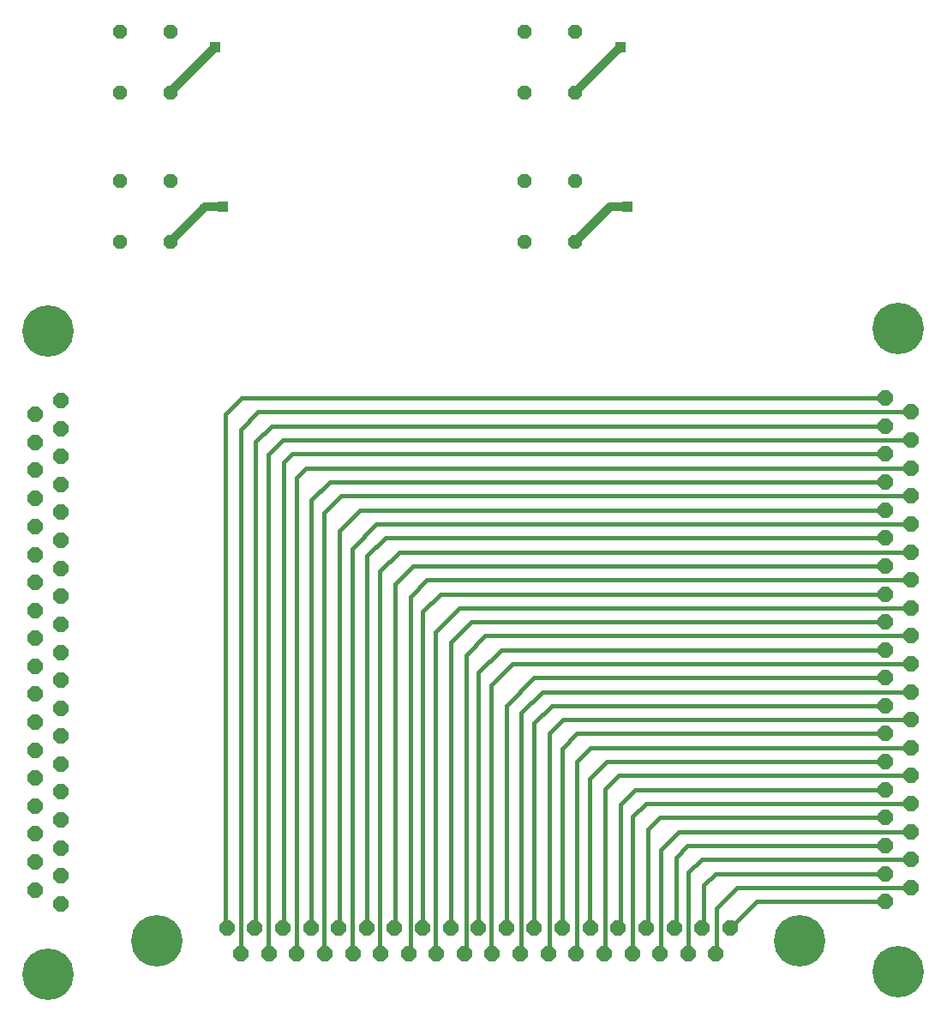
<source format=gbl>
G75*
%MOIN*%
%OFA0B0*%
%FSLAX25Y25*%
%IPPOS*%
%LPD*%
%AMOC8*
5,1,8,0,0,1.08239X$1,22.5*
%
%ADD10OC8,0.05200*%
%ADD11OC8,0.06000*%
%ADD12C,0.20000*%
%ADD13C,0.03200*%
%ADD14R,0.04362X0.04362*%
%ADD15C,0.01600*%
D10*
X0098177Y0341965D03*
X0117777Y0341965D03*
X0117777Y0365565D03*
X0098177Y0365565D03*
X0098177Y0400075D03*
X0117777Y0400075D03*
X0117777Y0423675D03*
X0098177Y0423675D03*
X0255657Y0423675D03*
X0275257Y0423675D03*
X0275257Y0400075D03*
X0255657Y0400075D03*
X0255657Y0365565D03*
X0275257Y0365565D03*
X0275257Y0341965D03*
X0255657Y0341965D03*
D11*
X0396009Y0281289D03*
X0396009Y0270389D03*
X0406009Y0264989D03*
X0406009Y0275889D03*
X0396009Y0259589D03*
X0396009Y0248689D03*
X0406009Y0254089D03*
X0406009Y0243289D03*
X0396009Y0237789D03*
X0396009Y0226989D03*
X0406009Y0232389D03*
X0406009Y0221489D03*
X0396009Y0216089D03*
X0396009Y0205189D03*
X0396009Y0194389D03*
X0406009Y0199789D03*
X0406009Y0210689D03*
X0406009Y0188889D03*
X0406009Y0178089D03*
X0396009Y0183489D03*
X0396009Y0172589D03*
X0406009Y0167189D03*
X0406009Y0156289D03*
X0396009Y0150889D03*
X0396009Y0161789D03*
X0406009Y0145389D03*
X0406009Y0134589D03*
X0406009Y0123689D03*
X0396009Y0129089D03*
X0396009Y0139989D03*
X0396009Y0118289D03*
X0396009Y0107389D03*
X0406009Y0112789D03*
X0406009Y0101989D03*
X0396009Y0096489D03*
X0396009Y0085689D03*
X0406009Y0091089D03*
X0335423Y0075300D03*
X0324523Y0075300D03*
X0313723Y0075300D03*
X0302823Y0075300D03*
X0291923Y0075300D03*
X0281123Y0075300D03*
X0270223Y0075300D03*
X0259323Y0075300D03*
X0248523Y0075300D03*
X0237623Y0075300D03*
X0226723Y0075300D03*
X0215923Y0075300D03*
X0205023Y0075300D03*
X0194123Y0075300D03*
X0183223Y0075300D03*
X0172423Y0075300D03*
X0161523Y0075300D03*
X0150623Y0075300D03*
X0139823Y0075300D03*
X0145223Y0065300D03*
X0156123Y0065300D03*
X0166923Y0065300D03*
X0177823Y0065300D03*
X0188723Y0065300D03*
X0199623Y0065300D03*
X0210423Y0065300D03*
X0221323Y0065300D03*
X0232223Y0065300D03*
X0243023Y0065300D03*
X0253923Y0065300D03*
X0264823Y0065300D03*
X0275623Y0065300D03*
X0286523Y0065300D03*
X0297423Y0065300D03*
X0308223Y0065300D03*
X0319123Y0065300D03*
X0330023Y0065300D03*
X0075300Y0084705D03*
X0075300Y0095605D03*
X0065300Y0101005D03*
X0065300Y0090105D03*
X0075300Y0106405D03*
X0075300Y0117305D03*
X0065300Y0122705D03*
X0065300Y0111905D03*
X0075300Y0128205D03*
X0075300Y0139005D03*
X0075300Y0149905D03*
X0065300Y0155305D03*
X0065300Y0166205D03*
X0075300Y0171605D03*
X0075300Y0160805D03*
X0065300Y0177105D03*
X0065300Y0187905D03*
X0075300Y0182505D03*
X0075300Y0193405D03*
X0065300Y0198805D03*
X0065300Y0209705D03*
X0065300Y0220505D03*
X0075300Y0215105D03*
X0075300Y0204205D03*
X0075300Y0226005D03*
X0075300Y0236905D03*
X0065300Y0242305D03*
X0065300Y0231405D03*
X0075300Y0247705D03*
X0075300Y0258605D03*
X0065300Y0264005D03*
X0065300Y0253205D03*
X0075300Y0269505D03*
X0075300Y0280305D03*
X0065300Y0274905D03*
X0065300Y0144505D03*
X0065300Y0133605D03*
D12*
X0070300Y0057505D03*
X0112623Y0070300D03*
X0362623Y0070300D03*
X0401009Y0058489D03*
X0401009Y0308489D03*
X0070300Y0307505D03*
D13*
X0117777Y0341965D02*
X0117777Y0342187D01*
X0131324Y0355733D01*
X0138213Y0355733D01*
X0117777Y0400075D02*
X0117777Y0400257D01*
X0135261Y0417741D01*
X0275257Y0400257D02*
X0292741Y0417741D01*
X0275257Y0400257D02*
X0275257Y0400075D01*
X0288804Y0355733D02*
X0295694Y0355733D01*
X0288804Y0355733D02*
X0275257Y0342187D01*
X0275257Y0341965D01*
D14*
X0295694Y0355733D03*
X0292741Y0417741D03*
X0138213Y0355733D03*
X0135261Y0417741D03*
D15*
X0145462Y0281289D02*
X0396009Y0281289D01*
X0396009Y0270389D02*
X0157200Y0270389D01*
X0151009Y0264198D01*
X0151009Y0075686D01*
X0150623Y0075300D01*
X0139823Y0075300D02*
X0139198Y0075925D01*
X0139198Y0275024D01*
X0145462Y0281289D01*
X0151873Y0275889D02*
X0406009Y0275889D01*
X0406009Y0264989D02*
X0161643Y0264989D01*
X0155930Y0259276D01*
X0155930Y0065493D01*
X0156123Y0065300D01*
X0166757Y0065466D02*
X0166757Y0250418D01*
X0170428Y0254089D01*
X0406009Y0254089D01*
X0406009Y0243289D02*
X0184234Y0243289D01*
X0177583Y0236639D01*
X0177583Y0065539D01*
X0177823Y0065300D01*
X0188410Y0065613D02*
X0188410Y0222859D01*
X0197940Y0232389D01*
X0406009Y0232389D01*
X0406009Y0221489D02*
X0403974Y0221489D01*
X0403968Y0221483D01*
X0206719Y0221483D01*
X0199237Y0214001D01*
X0199237Y0065686D01*
X0199623Y0065300D01*
X0210423Y0065300D02*
X0211048Y0065925D01*
X0211048Y0204158D01*
X0217579Y0210689D01*
X0406009Y0210689D01*
X0406009Y0199789D02*
X0230301Y0199789D01*
X0220891Y0190379D01*
X0220891Y0065732D01*
X0221323Y0065300D01*
X0232223Y0065300D02*
X0232702Y0065779D01*
X0232702Y0181520D01*
X0240070Y0188889D01*
X0406009Y0188889D01*
X0406009Y0178089D02*
X0250924Y0178089D01*
X0242544Y0169709D01*
X0242544Y0065779D01*
X0243023Y0065300D01*
X0253923Y0065300D02*
X0254355Y0065732D01*
X0254355Y0158883D01*
X0262661Y0167189D01*
X0406009Y0167189D01*
X0406009Y0156289D02*
X0270462Y0156289D01*
X0265182Y0151009D01*
X0265182Y0065659D01*
X0264823Y0065300D01*
X0275623Y0065300D02*
X0276009Y0065686D01*
X0276009Y0140182D01*
X0281216Y0145389D01*
X0406009Y0145389D01*
X0406009Y0134589D02*
X0292069Y0134589D01*
X0286835Y0129355D01*
X0286835Y0065613D01*
X0286523Y0065300D01*
X0297423Y0065300D02*
X0297662Y0065539D01*
X0297662Y0118528D01*
X0302823Y0123689D01*
X0406009Y0123689D01*
X0396009Y0129089D02*
X0298380Y0129089D01*
X0292741Y0123450D01*
X0292741Y0076118D01*
X0291923Y0075300D01*
X0281123Y0075300D02*
X0280930Y0075493D01*
X0280930Y0133292D01*
X0287627Y0139989D01*
X0396009Y0139989D01*
X0396009Y0150889D02*
X0275889Y0150889D01*
X0270103Y0145103D01*
X0270103Y0075420D01*
X0270223Y0075300D01*
X0259323Y0075300D02*
X0259276Y0075346D01*
X0259276Y0154946D01*
X0266120Y0161789D01*
X0396009Y0161789D01*
X0396009Y0172589D02*
X0259203Y0172589D01*
X0248450Y0161835D01*
X0248450Y0075373D01*
X0248523Y0075300D01*
X0237623Y0075300D02*
X0237623Y0174631D01*
X0246481Y0183489D01*
X0396009Y0183489D01*
X0396009Y0194389D02*
X0234743Y0194389D01*
X0226796Y0186442D01*
X0226796Y0075373D01*
X0226723Y0075300D01*
X0215969Y0075346D02*
X0215969Y0198253D01*
X0222906Y0205189D01*
X0396009Y0205189D01*
X0396009Y0216089D02*
X0212152Y0216089D01*
X0205143Y0209080D01*
X0205143Y0075420D01*
X0205023Y0075300D01*
X0194316Y0075493D02*
X0194316Y0219906D01*
X0201398Y0226989D01*
X0396009Y0226989D01*
X0396009Y0237789D02*
X0191529Y0237789D01*
X0183489Y0229749D01*
X0183489Y0075566D01*
X0183223Y0075300D01*
X0172662Y0075539D02*
X0172662Y0241560D01*
X0179791Y0248689D01*
X0396009Y0248689D01*
X0396009Y0259589D02*
X0165101Y0259589D01*
X0161835Y0256324D01*
X0161835Y0075613D01*
X0161523Y0075300D01*
X0172423Y0075300D02*
X0172662Y0075539D01*
X0166757Y0065466D02*
X0166923Y0065300D01*
X0188410Y0065613D02*
X0188723Y0065300D01*
X0194123Y0075300D02*
X0194316Y0075493D01*
X0215923Y0075300D02*
X0215969Y0075346D01*
X0145223Y0065300D02*
X0145103Y0065420D01*
X0145103Y0269119D01*
X0151873Y0275889D01*
X0308250Y0118289D02*
X0396009Y0118289D01*
X0396009Y0107389D02*
X0319003Y0107389D01*
X0314394Y0102780D01*
X0314394Y0075972D01*
X0313723Y0075300D01*
X0303568Y0076045D02*
X0303568Y0113607D01*
X0308250Y0118289D01*
X0315545Y0112789D02*
X0406009Y0112789D01*
X0406009Y0101989D02*
X0324430Y0101989D01*
X0319316Y0096875D01*
X0319316Y0065493D01*
X0319123Y0065300D01*
X0308489Y0065566D02*
X0308489Y0105733D01*
X0315545Y0112789D01*
X0329757Y0096489D02*
X0396009Y0096489D01*
X0403964Y0091083D02*
X0403970Y0091089D01*
X0406009Y0091089D01*
X0403964Y0091083D02*
X0338130Y0091083D01*
X0330143Y0083095D01*
X0330143Y0065420D01*
X0330023Y0065300D01*
X0335423Y0075300D02*
X0345812Y0085689D01*
X0396009Y0085689D01*
X0329757Y0096489D02*
X0325221Y0091954D01*
X0325221Y0075998D01*
X0324523Y0075300D01*
X0308489Y0065566D02*
X0308223Y0065300D01*
X0302823Y0075300D02*
X0303568Y0076045D01*
M02*

</source>
